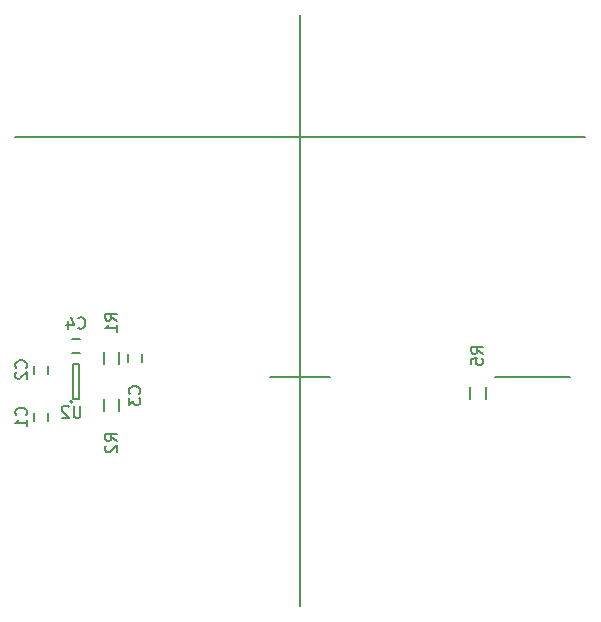
<source format=gbo>
G04 #@! TF.FileFunction,Legend,Bot*
%FSLAX46Y46*%
G04 Gerber Fmt 4.6, Leading zero omitted, Abs format (unit mm)*
G04 Created by KiCad (PCBNEW 4.0.0-rc1-stable) date 2016/05/03 6:10:00*
%MOMM*%
G01*
G04 APERTURE LIST*
%ADD10C,0.100000*%
%ADD11C,0.200000*%
%ADD12C,0.150000*%
G04 APERTURE END LIST*
D10*
D11*
X41510000Y19380000D02*
X47860000Y19380000D01*
X22460000Y19380000D02*
X27540000Y19380000D01*
X870000Y39700000D02*
X49130000Y39700000D01*
X25000000Y50000000D02*
X25000000Y0D01*
D12*
X3600000Y15650000D02*
X3600000Y16350000D01*
X2400000Y16350000D02*
X2400000Y15650000D01*
X2400000Y20350000D02*
X2400000Y19650000D01*
X3600000Y19650000D02*
X3600000Y20350000D01*
X10400000Y21350000D02*
X10400000Y20650000D01*
X11600000Y20650000D02*
X11600000Y21350000D01*
X6350000Y22600000D02*
X5650000Y22600000D01*
X5650000Y21400000D02*
X6350000Y21400000D01*
X9675000Y20500000D02*
X9675000Y21500000D01*
X8325000Y21500000D02*
X8325000Y20500000D01*
X9675000Y16500000D02*
X9675000Y17500000D01*
X8325000Y17500000D02*
X8325000Y16500000D01*
X39325000Y18500000D02*
X39325000Y17500000D01*
X40675000Y17500000D02*
X40675000Y18500000D01*
X5700000Y17300000D02*
G75*
G03X5700000Y17300000I-100000J0D01*
G01*
X6250000Y17550000D02*
X5750000Y17550000D01*
X6250000Y20450000D02*
X6250000Y17550000D01*
X5750000Y20450000D02*
X6250000Y20450000D01*
X5750000Y17550000D02*
X5750000Y20450000D01*
X1757143Y16166666D02*
X1804762Y16214285D01*
X1852381Y16357142D01*
X1852381Y16452380D01*
X1804762Y16595238D01*
X1709524Y16690476D01*
X1614286Y16738095D01*
X1423810Y16785714D01*
X1280952Y16785714D01*
X1090476Y16738095D01*
X995238Y16690476D01*
X900000Y16595238D01*
X852381Y16452380D01*
X852381Y16357142D01*
X900000Y16214285D01*
X947619Y16166666D01*
X1852381Y15214285D02*
X1852381Y15785714D01*
X1852381Y15500000D02*
X852381Y15500000D01*
X995238Y15595238D01*
X1090476Y15690476D01*
X1138095Y15785714D01*
X1757143Y20166666D02*
X1804762Y20214285D01*
X1852381Y20357142D01*
X1852381Y20452380D01*
X1804762Y20595238D01*
X1709524Y20690476D01*
X1614286Y20738095D01*
X1423810Y20785714D01*
X1280952Y20785714D01*
X1090476Y20738095D01*
X995238Y20690476D01*
X900000Y20595238D01*
X852381Y20452380D01*
X852381Y20357142D01*
X900000Y20214285D01*
X947619Y20166666D01*
X947619Y19785714D02*
X900000Y19738095D01*
X852381Y19642857D01*
X852381Y19404761D01*
X900000Y19309523D01*
X947619Y19261904D01*
X1042857Y19214285D01*
X1138095Y19214285D01*
X1280952Y19261904D01*
X1852381Y19833333D01*
X1852381Y19214285D01*
X11357143Y17966666D02*
X11404762Y18014285D01*
X11452381Y18157142D01*
X11452381Y18252380D01*
X11404762Y18395238D01*
X11309524Y18490476D01*
X11214286Y18538095D01*
X11023810Y18585714D01*
X10880952Y18585714D01*
X10690476Y18538095D01*
X10595238Y18490476D01*
X10500000Y18395238D01*
X10452381Y18252380D01*
X10452381Y18157142D01*
X10500000Y18014285D01*
X10547619Y17966666D01*
X10452381Y17633333D02*
X10452381Y17014285D01*
X10833333Y17347619D01*
X10833333Y17204761D01*
X10880952Y17109523D01*
X10928571Y17061904D01*
X11023810Y17014285D01*
X11261905Y17014285D01*
X11357143Y17061904D01*
X11404762Y17109523D01*
X11452381Y17204761D01*
X11452381Y17490476D01*
X11404762Y17585714D01*
X11357143Y17633333D01*
X6166666Y23542857D02*
X6214285Y23495238D01*
X6357142Y23447619D01*
X6452380Y23447619D01*
X6595238Y23495238D01*
X6690476Y23590476D01*
X6738095Y23685714D01*
X6785714Y23876190D01*
X6785714Y24019048D01*
X6738095Y24209524D01*
X6690476Y24304762D01*
X6595238Y24400000D01*
X6452380Y24447619D01*
X6357142Y24447619D01*
X6214285Y24400000D01*
X6166666Y24352381D01*
X5309523Y24114286D02*
X5309523Y23447619D01*
X5547619Y24495238D02*
X5785714Y23780952D01*
X5166666Y23780952D01*
X9452381Y24166666D02*
X8976190Y24500000D01*
X9452381Y24738095D02*
X8452381Y24738095D01*
X8452381Y24357142D01*
X8500000Y24261904D01*
X8547619Y24214285D01*
X8642857Y24166666D01*
X8785714Y24166666D01*
X8880952Y24214285D01*
X8928571Y24261904D01*
X8976190Y24357142D01*
X8976190Y24738095D01*
X9452381Y23214285D02*
X9452381Y23785714D01*
X9452381Y23500000D02*
X8452381Y23500000D01*
X8595238Y23595238D01*
X8690476Y23690476D01*
X8738095Y23785714D01*
X9452381Y13966666D02*
X8976190Y14300000D01*
X9452381Y14538095D02*
X8452381Y14538095D01*
X8452381Y14157142D01*
X8500000Y14061904D01*
X8547619Y14014285D01*
X8642857Y13966666D01*
X8785714Y13966666D01*
X8880952Y14014285D01*
X8928571Y14061904D01*
X8976190Y14157142D01*
X8976190Y14538095D01*
X8547619Y13585714D02*
X8500000Y13538095D01*
X8452381Y13442857D01*
X8452381Y13204761D01*
X8500000Y13109523D01*
X8547619Y13061904D01*
X8642857Y13014285D01*
X8738095Y13014285D01*
X8880952Y13061904D01*
X9452381Y13633333D01*
X9452381Y13014285D01*
X40452381Y21366666D02*
X39976190Y21700000D01*
X40452381Y21938095D02*
X39452381Y21938095D01*
X39452381Y21557142D01*
X39500000Y21461904D01*
X39547619Y21414285D01*
X39642857Y21366666D01*
X39785714Y21366666D01*
X39880952Y21414285D01*
X39928571Y21461904D01*
X39976190Y21557142D01*
X39976190Y21938095D01*
X39452381Y20461904D02*
X39452381Y20938095D01*
X39928571Y20985714D01*
X39880952Y20938095D01*
X39833333Y20842857D01*
X39833333Y20604761D01*
X39880952Y20509523D01*
X39928571Y20461904D01*
X40023810Y20414285D01*
X40261905Y20414285D01*
X40357143Y20461904D01*
X40404762Y20509523D01*
X40452381Y20604761D01*
X40452381Y20842857D01*
X40404762Y20938095D01*
X40357143Y20985714D01*
X6361905Y16947619D02*
X6361905Y16138095D01*
X6314286Y16042857D01*
X6266667Y15995238D01*
X6171429Y15947619D01*
X5980952Y15947619D01*
X5885714Y15995238D01*
X5838095Y16042857D01*
X5790476Y16138095D01*
X5790476Y16947619D01*
X5361905Y16852381D02*
X5314286Y16900000D01*
X5219048Y16947619D01*
X4980952Y16947619D01*
X4885714Y16900000D01*
X4838095Y16852381D01*
X4790476Y16757143D01*
X4790476Y16661905D01*
X4838095Y16519048D01*
X5409524Y15947619D01*
X4790476Y15947619D01*
M02*

</source>
